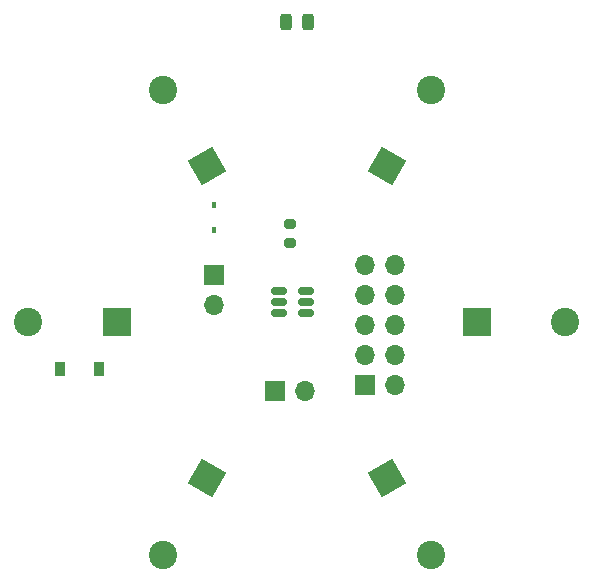
<source format=gbr>
%TF.GenerationSoftware,KiCad,Pcbnew,(6.0.1)*%
%TF.CreationDate,2022-01-26T23:34:14+10:00*%
%TF.ProjectId,blinker,626c696e-6b65-4722-9e6b-696361645f70,rev?*%
%TF.SameCoordinates,Original*%
%TF.FileFunction,Soldermask,Top*%
%TF.FilePolarity,Negative*%
%FSLAX46Y46*%
G04 Gerber Fmt 4.6, Leading zero omitted, Abs format (unit mm)*
G04 Created by KiCad (PCBNEW (6.0.1)) date 2022-01-26 23:34:14*
%MOMM*%
%LPD*%
G01*
G04 APERTURE LIST*
G04 Aperture macros list*
%AMRoundRect*
0 Rectangle with rounded corners*
0 $1 Rounding radius*
0 $2 $3 $4 $5 $6 $7 $8 $9 X,Y pos of 4 corners*
0 Add a 4 corners polygon primitive as box body*
4,1,4,$2,$3,$4,$5,$6,$7,$8,$9,$2,$3,0*
0 Add four circle primitives for the rounded corners*
1,1,$1+$1,$2,$3*
1,1,$1+$1,$4,$5*
1,1,$1+$1,$6,$7*
1,1,$1+$1,$8,$9*
0 Add four rect primitives between the rounded corners*
20,1,$1+$1,$2,$3,$4,$5,0*
20,1,$1+$1,$4,$5,$6,$7,0*
20,1,$1+$1,$6,$7,$8,$9,0*
20,1,$1+$1,$8,$9,$2,$3,0*%
%AMRotRect*
0 Rectangle, with rotation*
0 The origin of the aperture is its center*
0 $1 length*
0 $2 width*
0 $3 Rotation angle, in degrees counterclockwise*
0 Add horizontal line*
21,1,$1,$2,0,0,$3*%
G04 Aperture macros list end*
%ADD10R,0.900000X1.200000*%
%ADD11RoundRect,0.243750X-0.243750X-0.456250X0.243750X-0.456250X0.243750X0.456250X-0.243750X0.456250X0*%
%ADD12RoundRect,0.200000X0.275000X-0.200000X0.275000X0.200000X-0.275000X0.200000X-0.275000X-0.200000X0*%
%ADD13R,0.450000X0.600000*%
%ADD14RoundRect,0.150000X0.512500X0.150000X-0.512500X0.150000X-0.512500X-0.150000X0.512500X-0.150000X0*%
%ADD15RotRect,2.400000X2.400000X240.000000*%
%ADD16C,2.400000*%
%ADD17R,2.400000X2.400000*%
%ADD18RotRect,2.400000X2.400000X60.000000*%
%ADD19RotRect,2.400000X2.400000X300.000000*%
%ADD20R,1.700000X1.700000*%
%ADD21O,1.700000X1.700000*%
%ADD22RotRect,2.400000X2.400000X120.000000*%
G04 APERTURE END LIST*
D10*
%TO.C,D2*%
X148350000Y-105520000D03*
X145050000Y-105520000D03*
%TD*%
D11*
%TO.C,D3*%
X166037500Y-76200000D03*
X164162500Y-76200000D03*
%TD*%
D12*
%TO.C,R1*%
X164485000Y-94905000D03*
X164485000Y-93255000D03*
%TD*%
D13*
%TO.C,D1*%
X158050000Y-91690000D03*
X158050000Y-93790000D03*
%TD*%
D14*
%TO.C,U1*%
X165880000Y-100820000D03*
X165880000Y-99870000D03*
X165880000Y-98920000D03*
X163605000Y-98920000D03*
X163605000Y-99870000D03*
X163605000Y-100820000D03*
%TD*%
D15*
%TO.C,C3*%
X157480000Y-114798227D03*
D16*
X153730000Y-121293418D03*
%TD*%
%TO.C,C1*%
X187840000Y-101600000D03*
D17*
X180340000Y-101600000D03*
%TD*%
D18*
%TO.C,C6*%
X172720000Y-88401773D03*
D16*
X176470000Y-81906582D03*
%TD*%
D19*
%TO.C,C2*%
X172720000Y-114798227D03*
D16*
X176470000Y-121293418D03*
%TD*%
D20*
%TO.C,J1*%
X170840000Y-106900000D03*
D21*
X173380000Y-106900000D03*
X170840000Y-104360000D03*
X173380000Y-104360000D03*
X170840000Y-101820000D03*
X173380000Y-101820000D03*
X170840000Y-99280000D03*
X173380000Y-99280000D03*
X170840000Y-96740000D03*
X173380000Y-96740000D03*
%TD*%
D20*
%TO.C,JP1*%
X163210000Y-107390000D03*
D21*
X165750000Y-107390000D03*
%TD*%
D22*
%TO.C,C5*%
X157480000Y-88401773D03*
D16*
X153730000Y-81906582D03*
%TD*%
D20*
%TO.C,SC1*%
X158050000Y-97560000D03*
D21*
X158050000Y-100100000D03*
%TD*%
D17*
%TO.C,C4*%
X149860000Y-101600000D03*
D16*
X142360000Y-101600000D03*
%TD*%
M02*

</source>
